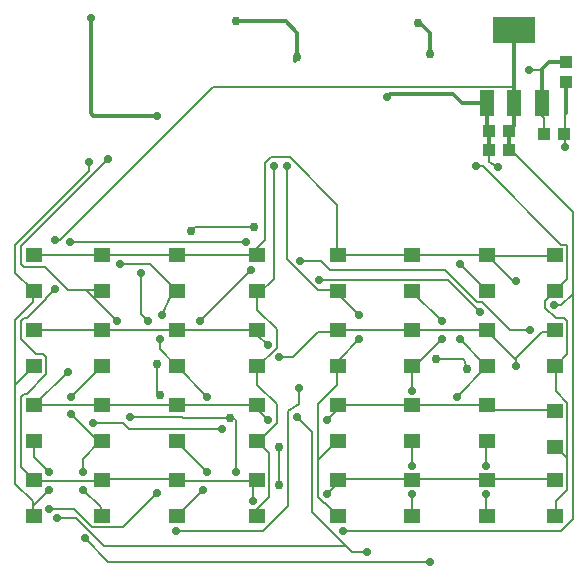
<source format=gtl>
G75*
%MOIN*%
%OFA0B0*%
%FSLAX25Y25*%
%IPPOS*%
%LPD*%
%AMOC8*
5,1,8,0,0,1.08239X$1,22.5*
%
%ADD10R,0.04800X0.08800*%
%ADD11R,0.14173X0.08661*%
%ADD12R,0.05512X0.04724*%
%ADD13R,0.04331X0.03937*%
%ADD14R,0.03937X0.04331*%
%ADD15C,0.01200*%
%ADD16C,0.00800*%
%ADD17C,0.02800*%
%ADD18C,0.02978*%
%ADD19C,0.00787*%
D10*
X0169211Y0169182D03*
X0178311Y0169182D03*
X0187411Y0169182D03*
D11*
X0178311Y0193583D03*
D12*
X0169059Y0118587D03*
X0169059Y0106776D03*
X0169059Y0093587D03*
X0169059Y0081776D03*
X0169059Y0068587D03*
X0169059Y0056776D03*
X0169059Y0043587D03*
X0169059Y0031776D03*
X0191933Y0031776D03*
X0191933Y0043587D03*
X0191933Y0054807D03*
X0191933Y0066618D03*
X0191933Y0081776D03*
X0191933Y0093587D03*
X0191933Y0106776D03*
X0191933Y0118587D03*
X0144217Y0118587D03*
X0144217Y0106776D03*
X0144217Y0093587D03*
X0144217Y0081776D03*
X0144217Y0068587D03*
X0144217Y0056776D03*
X0144217Y0043587D03*
X0144217Y0031776D03*
X0119374Y0031776D03*
X0119374Y0043587D03*
X0119374Y0056776D03*
X0119374Y0068587D03*
X0119374Y0081776D03*
X0119374Y0093587D03*
X0119374Y0106776D03*
X0119374Y0118587D03*
X0092563Y0118587D03*
X0092563Y0106776D03*
X0092563Y0093587D03*
X0092563Y0081776D03*
X0092563Y0068587D03*
X0092563Y0056776D03*
X0092563Y0043587D03*
X0092563Y0031776D03*
X0065752Y0031776D03*
X0065752Y0043587D03*
X0065752Y0056776D03*
X0065752Y0068587D03*
X0065752Y0081776D03*
X0065752Y0093587D03*
X0065752Y0106776D03*
X0065752Y0118587D03*
X0040909Y0118587D03*
X0040909Y0106776D03*
X0040909Y0093587D03*
X0040909Y0081776D03*
X0040909Y0068587D03*
X0040909Y0056776D03*
X0040909Y0043587D03*
X0040909Y0031776D03*
X0018035Y0031776D03*
X0018035Y0043587D03*
X0018035Y0056776D03*
X0018035Y0068587D03*
X0018035Y0081776D03*
X0018035Y0093587D03*
X0018035Y0106776D03*
X0018035Y0118587D03*
D13*
X0169965Y0153508D03*
X0176657Y0153508D03*
X0176657Y0160043D03*
X0169965Y0160043D03*
X0188154Y0158980D03*
X0194846Y0158980D03*
D14*
X0195476Y0176382D03*
X0195476Y0183075D03*
D15*
X0189965Y0183075D01*
X0187602Y0180713D01*
X0187602Y0180284D01*
X0187602Y0168665D01*
X0185870Y0166933D01*
X0185870Y0167641D01*
X0187411Y0169182D01*
X0195476Y0165949D02*
X0195476Y0176382D01*
X0178311Y0174807D02*
X0178311Y0169182D01*
X0178311Y0161697D01*
X0176657Y0160043D01*
X0176657Y0153508D01*
X0169965Y0153508D02*
X0169965Y0160043D01*
X0169211Y0160797D01*
X0169211Y0169182D01*
X0161005Y0169182D01*
X0157944Y0172243D01*
X0136684Y0172243D01*
X0135897Y0171456D01*
X0150201Y0185629D02*
X0150201Y0192585D01*
X0146921Y0195865D01*
X0146133Y0195865D01*
X0178311Y0193583D02*
X0178311Y0174807D01*
X0105976Y0184054D02*
X0105188Y0183267D01*
X0105188Y0183929D01*
X0105909Y0184650D01*
X0105976Y0184054D02*
X0105976Y0192715D01*
X0102039Y0196652D01*
X0085503Y0196652D01*
X0059218Y0164965D02*
X0037996Y0164965D01*
X0037012Y0165949D01*
X0037012Y0197820D01*
D16*
X0077858Y0174807D02*
X0178311Y0174807D01*
X0183300Y0180284D02*
X0187602Y0180284D01*
X0187411Y0169182D02*
X0185700Y0166684D01*
X0188100Y0164284D01*
X0188100Y0159484D01*
X0188154Y0158980D01*
X0194846Y0158980D02*
X0195300Y0158684D01*
X0195300Y0154684D01*
X0194846Y0158980D02*
X0195300Y0159484D01*
X0195300Y0165884D01*
X0195476Y0165949D01*
X0176776Y0154138D02*
X0176657Y0153508D01*
X0176776Y0154138D02*
X0197937Y0132976D01*
X0197937Y0105909D01*
X0197691Y0105663D01*
X0197937Y0105417D01*
X0197937Y0030614D01*
X0194000Y0026677D01*
X0121165Y0026677D01*
X0121904Y0022002D02*
X0121657Y0021756D01*
X0041441Y0021756D01*
X0032091Y0031106D01*
X0025693Y0031106D01*
X0023232Y0034059D02*
X0031598Y0034059D01*
X0037504Y0028154D01*
X0047839Y0028154D01*
X0059157Y0039472D01*
X0065752Y0043587D02*
X0066047Y0043409D01*
X0091146Y0043409D01*
X0092563Y0043587D01*
X0092130Y0043409D01*
X0091146Y0043409D01*
X0091146Y0036520D01*
X0092622Y0034059D02*
X0096559Y0037996D01*
X0096559Y0052760D01*
X0092622Y0056697D01*
X0092563Y0056776D01*
X0093114Y0056697D01*
X0099020Y0062602D01*
X0099020Y0069000D01*
X0092622Y0075398D01*
X0092622Y0081303D01*
X0092563Y0081776D01*
X0092622Y0081303D02*
X0099020Y0087701D01*
X0099020Y0094098D01*
X0092622Y0100496D01*
X0092622Y0105417D01*
X0092563Y0106776D01*
X0092622Y0106402D01*
X0092622Y0105417D01*
X0098035Y0110831D01*
X0098035Y0148232D01*
X0095083Y0149217D02*
X0097051Y0151185D01*
X0103449Y0151185D01*
X0119197Y0135437D01*
X0119197Y0118705D01*
X0119374Y0118587D01*
X0119689Y0118705D01*
X0143803Y0118705D01*
X0144217Y0118587D01*
X0144295Y0118705D01*
X0168902Y0118705D01*
X0169059Y0118587D01*
X0169886Y0118213D01*
X0191539Y0118213D01*
X0191933Y0118587D01*
X0194000Y0122150D02*
X0195476Y0122150D01*
X0195969Y0121657D01*
X0195969Y0110831D01*
X0192031Y0106894D01*
X0191933Y0106776D01*
X0191539Y0106402D01*
X0188587Y0103449D01*
X0188587Y0100988D01*
X0192031Y0097543D01*
X0194984Y0097543D01*
X0195969Y0096559D01*
X0195969Y0085732D01*
X0192031Y0081795D01*
X0191933Y0081776D01*
X0192031Y0081303D01*
X0192031Y0073429D01*
X0195969Y0069492D01*
X0195969Y0051283D01*
X0195722Y0051037D01*
X0195969Y0050791D01*
X0195969Y0040457D01*
X0192031Y0036520D01*
X0192031Y0032091D01*
X0191933Y0031776D01*
X0191933Y0043587D02*
X0191539Y0043902D01*
X0169394Y0043902D01*
X0169059Y0043587D01*
X0168902Y0043902D01*
X0144295Y0043902D01*
X0144217Y0043587D01*
X0143803Y0043902D01*
X0119689Y0043902D01*
X0119374Y0043587D01*
X0119197Y0043409D01*
X0119197Y0042425D01*
X0115752Y0038980D01*
X0115260Y0036028D02*
X0114768Y0036028D01*
X0112799Y0037996D01*
X0112799Y0050299D01*
X0113045Y0050545D01*
X0112799Y0050791D01*
X0112799Y0069000D01*
X0119197Y0075398D01*
X0119197Y0081303D01*
X0119374Y0081776D01*
X0119689Y0081795D01*
X0119689Y0083764D01*
X0126579Y0090654D01*
X0119689Y0093606D02*
X0119374Y0093587D01*
X0119197Y0093114D01*
X0112799Y0093114D01*
X0104433Y0084748D01*
X0100004Y0084748D01*
X0096067Y0088685D02*
X0092622Y0092130D01*
X0092622Y0093114D01*
X0092563Y0093587D01*
X0092130Y0093606D01*
X0066047Y0093606D01*
X0065752Y0093587D01*
X0065555Y0093606D01*
X0040949Y0093606D01*
X0040909Y0093587D01*
X0040457Y0093606D01*
X0018311Y0093606D01*
X0018035Y0093587D01*
X0015850Y0097543D02*
X0014866Y0097543D01*
X0013882Y0096559D01*
X0013882Y0090654D01*
X0018803Y0085732D01*
X0021264Y0085732D01*
X0022248Y0084748D01*
X0022248Y0078843D01*
X0015850Y0072445D01*
X0014866Y0072445D01*
X0013882Y0071461D01*
X0013882Y0047839D01*
X0017819Y0043902D01*
X0018035Y0043587D01*
X0018311Y0043409D01*
X0040457Y0043409D01*
X0040909Y0043587D01*
X0040949Y0043902D01*
X0065555Y0043902D01*
X0065752Y0043587D01*
X0074413Y0040457D02*
X0066047Y0032091D01*
X0065752Y0031776D01*
X0065555Y0026677D02*
X0094591Y0026677D01*
X0100988Y0033075D01*
X0092622Y0034059D02*
X0092622Y0032091D01*
X0092563Y0031776D01*
X0110831Y0033075D02*
X0110831Y0059650D01*
X0105909Y0064571D01*
X0102957Y0066539D02*
X0106402Y0069000D01*
X0106402Y0074413D01*
X0119197Y0068508D02*
X0119374Y0068587D01*
X0119689Y0068508D01*
X0143803Y0068508D01*
X0144217Y0068587D01*
X0144295Y0068508D01*
X0168902Y0068508D01*
X0169059Y0068587D01*
X0169394Y0068508D01*
X0170870Y0067031D01*
X0191539Y0067031D01*
X0191933Y0066618D01*
X0191933Y0054807D02*
X0192031Y0054728D01*
X0195722Y0051037D01*
X0168902Y0048331D02*
X0168902Y0056697D01*
X0169059Y0056776D01*
X0159059Y0071461D02*
X0168902Y0081303D01*
X0169059Y0081776D01*
X0168902Y0081795D01*
X0160043Y0090654D01*
X0154138Y0090654D02*
X0144295Y0080811D01*
X0144217Y0081776D01*
X0144295Y0081303D01*
X0144295Y0080811D01*
X0144295Y0073429D01*
X0144217Y0056776D02*
X0144295Y0056697D01*
X0144295Y0048331D01*
X0144295Y0038980D02*
X0144295Y0032091D01*
X0144217Y0031776D01*
X0129039Y0019787D02*
X0124118Y0019787D01*
X0121904Y0022002D01*
X0110831Y0033075D01*
X0115260Y0036028D02*
X0119197Y0032091D01*
X0119374Y0031776D01*
X0113045Y0050545D02*
X0119197Y0056697D01*
X0119374Y0056776D01*
X0115752Y0063587D02*
X0119197Y0067031D01*
X0119197Y0068508D01*
X0096067Y0063587D02*
X0091146Y0068508D01*
X0092563Y0068587D01*
X0092130Y0068508D01*
X0091146Y0068508D01*
X0066047Y0068508D01*
X0065752Y0068587D01*
X0065555Y0068508D01*
X0040949Y0068508D01*
X0040909Y0068587D01*
X0040457Y0068508D01*
X0018803Y0068508D01*
X0018035Y0068587D01*
X0018311Y0068508D01*
X0029630Y0079827D01*
X0030614Y0071461D02*
X0040457Y0081303D01*
X0040909Y0081776D01*
X0060142Y0087209D02*
X0065555Y0081795D01*
X0065752Y0081776D01*
X0066047Y0081303D01*
X0075890Y0071461D01*
X0065063Y0064571D02*
X0050299Y0064571D01*
X0047839Y0062602D02*
X0049807Y0060634D01*
X0080909Y0060634D01*
X0075890Y0046362D02*
X0065555Y0056697D01*
X0065752Y0056776D01*
X0047839Y0062602D02*
X0037996Y0062602D01*
X0040457Y0056697D02*
X0040909Y0056776D01*
X0039965Y0056205D01*
X0030614Y0065555D01*
X0039965Y0056205D02*
X0040457Y0056697D01*
X0039965Y0056205D02*
X0034551Y0050791D01*
X0034551Y0046362D01*
X0034551Y0040457D02*
X0040457Y0034551D01*
X0040457Y0032091D01*
X0040909Y0031776D01*
X0035043Y0024217D02*
X0042917Y0016343D01*
X0150201Y0016343D01*
X0169059Y0031776D02*
X0168902Y0032091D01*
X0168902Y0038980D01*
X0178744Y0081795D02*
X0178744Y0083764D01*
X0178498Y0084010D01*
X0187602Y0093114D01*
X0191539Y0093114D01*
X0191933Y0093587D01*
X0183665Y0093606D02*
X0176776Y0093606D01*
X0167425Y0102957D01*
X0165949Y0102957D01*
X0155122Y0113783D01*
X0116736Y0113783D01*
X0113783Y0116736D01*
X0106894Y0116736D01*
X0102465Y0117228D02*
X0102465Y0148232D01*
X0095083Y0149217D02*
X0095083Y0123626D01*
X0092622Y0121165D01*
X0092622Y0118705D01*
X0092563Y0118587D01*
X0092130Y0118705D01*
X0066047Y0118705D01*
X0065752Y0118587D01*
X0065555Y0118705D01*
X0040949Y0118705D01*
X0040909Y0118587D01*
X0040457Y0118705D01*
X0018311Y0118705D01*
X0018035Y0118587D01*
X0014866Y0114768D02*
X0013882Y0115752D01*
X0013882Y0121657D01*
X0042917Y0150693D01*
X0036520Y0149709D02*
X0036520Y0146756D01*
X0011913Y0122150D01*
X0011913Y0112799D01*
X0017819Y0106894D01*
X0018035Y0106776D01*
X0017819Y0106402D01*
X0017819Y0102957D01*
X0011913Y0097051D01*
X0011913Y0075890D01*
X0012159Y0075644D01*
X0011913Y0075398D01*
X0011913Y0042425D01*
X0017819Y0036520D01*
X0017819Y0035043D01*
X0023232Y0040457D01*
X0023232Y0046362D02*
X0018311Y0051283D01*
X0018311Y0056697D01*
X0018035Y0056776D01*
X0012159Y0075644D02*
X0017819Y0081303D01*
X0018035Y0081776D01*
X0015850Y0097543D02*
X0022248Y0103941D01*
X0022248Y0104433D01*
X0025201Y0107386D01*
X0029630Y0106894D02*
X0021756Y0114768D01*
X0014866Y0114768D01*
X0025201Y0123626D02*
X0026677Y0123626D01*
X0077858Y0174807D01*
X0088685Y0123134D02*
X0030122Y0123134D01*
X0046854Y0115752D02*
X0056697Y0115752D01*
X0065555Y0106894D01*
X0065752Y0106776D01*
X0065555Y0106402D01*
X0073429Y0096559D02*
X0090654Y0113783D01*
X0102465Y0117228D02*
X0112799Y0106894D01*
X0118213Y0106894D01*
X0119374Y0106776D01*
X0119197Y0106894D01*
X0118213Y0106894D01*
X0126579Y0098528D01*
X0119689Y0093606D02*
X0143803Y0093606D01*
X0144217Y0093587D01*
X0144295Y0093606D01*
X0168902Y0093606D01*
X0169059Y0093587D01*
X0169394Y0093114D01*
X0178498Y0084010D01*
X0166933Y0099512D02*
X0156106Y0110339D01*
X0113291Y0110339D01*
X0144217Y0106776D02*
X0144295Y0106402D01*
X0154138Y0096559D01*
X0168902Y0106894D02*
X0169059Y0106776D01*
X0168902Y0106894D02*
X0160043Y0115752D01*
X0169059Y0118587D02*
X0169394Y0118213D01*
X0177760Y0109846D01*
X0178744Y0109846D01*
X0191539Y0101972D02*
X0194000Y0101972D01*
X0197691Y0105663D01*
X0194000Y0122150D02*
X0167917Y0148232D01*
X0165555Y0148232D01*
X0169925Y0149742D02*
X0169925Y0153468D01*
X0169965Y0153508D01*
X0169925Y0149742D02*
X0172740Y0148134D01*
X0060142Y0090654D02*
X0060142Y0087209D01*
X0056205Y0096559D02*
X0053744Y0099020D01*
X0053744Y0112799D01*
X0040909Y0106776D02*
X0040457Y0106894D01*
X0035535Y0106894D01*
X0045870Y0096559D01*
X0035535Y0106894D02*
X0029630Y0106894D01*
X0017819Y0035043D02*
X0017819Y0032091D01*
X0018035Y0031776D01*
D17*
X0035043Y0024217D03*
X0025693Y0031106D03*
X0023232Y0034059D03*
X0023232Y0040457D03*
X0023232Y0046362D03*
X0034551Y0046362D03*
X0034551Y0040457D03*
X0059157Y0039472D03*
X0074413Y0040457D03*
X0075890Y0046362D03*
X0085634Y0046362D03*
X0091146Y0036520D03*
X0115752Y0038980D03*
X0121165Y0026677D03*
X0129039Y0019787D03*
X0150201Y0016343D03*
X0144295Y0038980D03*
X0144295Y0048331D03*
X0168902Y0048331D03*
X0168902Y0038980D03*
X0159059Y0071461D03*
X0144295Y0073429D03*
X0154138Y0090654D03*
X0160043Y0090654D03*
X0154138Y0096559D03*
X0166933Y0099512D03*
X0178744Y0109846D03*
X0191539Y0101972D03*
X0183665Y0093606D03*
X0178744Y0081795D03*
X0160043Y0115752D03*
X0126579Y0098528D03*
X0126579Y0090654D03*
X0106402Y0074413D03*
X0105909Y0064571D03*
X0096067Y0063587D03*
X0080909Y0060634D03*
X0075890Y0071461D03*
X0096067Y0088685D03*
X0100004Y0084748D03*
X0073429Y0096559D03*
X0060831Y0098528D03*
X0056205Y0096559D03*
X0060142Y0090654D03*
X0045870Y0096559D03*
X0053744Y0112799D03*
X0046854Y0115752D03*
X0030122Y0123134D03*
X0025201Y0123626D03*
X0025201Y0107386D03*
X0029630Y0079827D03*
X0030614Y0071461D03*
X0030614Y0065555D03*
X0037996Y0062602D03*
X0050299Y0064571D03*
X0065555Y0026677D03*
X0115752Y0063587D03*
X0113291Y0110339D03*
X0106894Y0116736D03*
X0090654Y0113783D03*
X0088685Y0123134D03*
X0098035Y0148232D03*
X0102465Y0148232D03*
X0135897Y0171456D03*
X0165555Y0148232D03*
X0172740Y0148134D03*
X0195300Y0154684D03*
X0183300Y0180284D03*
X0059218Y0164965D03*
X0042917Y0150693D03*
X0036520Y0149709D03*
X0037012Y0197820D03*
D18*
X0085503Y0196652D03*
X0105909Y0184650D03*
X0146133Y0195865D03*
X0150201Y0185629D03*
X0091539Y0127957D03*
X0070476Y0126579D03*
X0059256Y0082287D03*
X0060043Y0072051D03*
X0083518Y0064325D03*
X0100004Y0054728D03*
X0100004Y0041933D03*
X0152071Y0083961D03*
X0162406Y0080713D03*
D19*
X0161520Y0083961D01*
X0152071Y0083961D01*
X0102957Y0066539D02*
X0102957Y0035043D01*
X0100988Y0033075D01*
X0100004Y0041933D02*
X0100004Y0054728D01*
X0085634Y0046362D02*
X0085634Y0063390D01*
X0085093Y0063931D01*
X0083518Y0064325D01*
X0067770Y0064325D01*
X0067524Y0064571D01*
X0065063Y0064571D01*
X0060043Y0072051D02*
X0059256Y0072839D01*
X0059256Y0082287D01*
X0060831Y0098528D02*
X0063980Y0105319D01*
X0065555Y0106894D01*
X0070476Y0126579D02*
X0071854Y0127957D01*
X0091539Y0127957D01*
M02*

</source>
